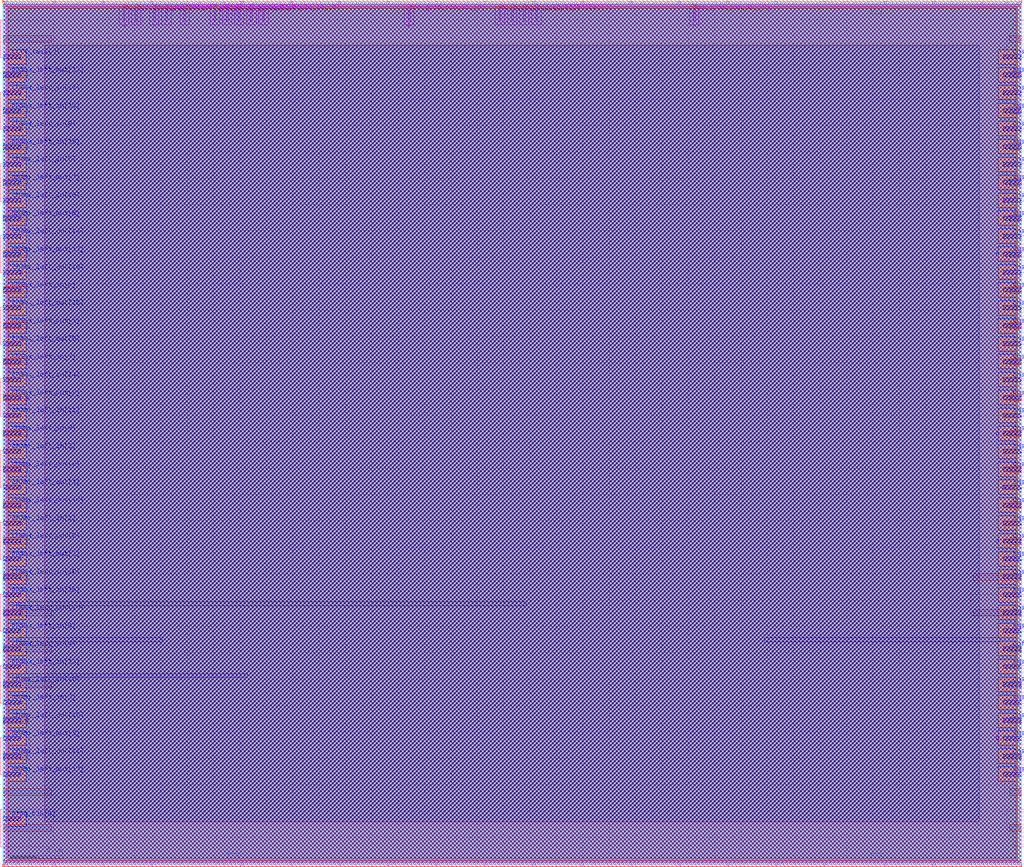
<source format=lef>
VERSION 5.7 ;
BUSBITCHARS "[]" ;

UNITS
  DATABASE MICRONS 1000 ;
END UNITS

MANUFACTURINGGRID 0.005 ;

LAYER nwell
  TYPE MASTERSLICE ;
END nwell

LAYER pwell
  TYPE MASTERSLICE ;
END pwell

LAYER fieldpoly
  TYPE MASTERSLICE ;
END fieldpoly

LAYER li1
  TYPE ROUTING ;
  DIRECTION VERTICAL ;
  PITCH 0.46 ;
  WIDTH 0.17 ;
END li1

LAYER mcon
  TYPE CUT ;
END mcon

LAYER met1
  TYPE ROUTING ;
  DIRECTION HORIZONTAL ;
  PITCH 0.34 ;
  WIDTH 0.14 ;
END met1

LAYER via
  TYPE CUT ;
END via

LAYER met2
  TYPE ROUTING ;
  DIRECTION VERTICAL ;
  PITCH 0.46 ;
  WIDTH 0.14 ;
END met2

LAYER via2
  TYPE CUT ;
END via2

LAYER met3
  TYPE ROUTING ;
  DIRECTION HORIZONTAL ;
  PITCH 0.68 ;
  WIDTH 0.3 ;
END met3

LAYER via3
  TYPE CUT ;
END via3

LAYER met4
  TYPE ROUTING ;
  DIRECTION VERTICAL ;
  PITCH 0.92 ;
  WIDTH 0.3 ;
END met4

LAYER via4
  TYPE CUT ;
END via4

LAYER met5
  TYPE ROUTING ;
  DIRECTION HORIZONTAL ;
  PITCH 3.4 ;
  WIDTH 1.6 ;
END met5

LAYER diff
  TYPE MASTERSLICE ;
END diff

LAYER licon1
  TYPE MASTERSLICE ;
END licon1

LAYER OVERLAP
  TYPE OVERLAP ;
END OVERLAP

VIA L1M1_PR
  LAYER li1 ;
    RECT -0.085 -0.085 0.085 0.085 ;
  LAYER mcon ;
    RECT -0.085 -0.085 0.085 0.085 ;
  LAYER met1 ;
    RECT -0.145 -0.115 0.145 0.115 ;
END L1M1_PR

VIA L1M1_PR_R
  LAYER li1 ;
    RECT -0.085 -0.085 0.085 0.085 ;
  LAYER mcon ;
    RECT -0.085 -0.085 0.085 0.085 ;
  LAYER met1 ;
    RECT -0.115 -0.145 0.115 0.145 ;
END L1M1_PR_R

VIA L1M1_PR_M
  LAYER li1 ;
    RECT -0.085 -0.085 0.085 0.085 ;
  LAYER mcon ;
    RECT -0.085 -0.085 0.085 0.085 ;
  LAYER met1 ;
    RECT -0.115 -0.145 0.115 0.145 ;
END L1M1_PR_M

VIA L1M1_PR_MR
  LAYER li1 ;
    RECT -0.085 -0.085 0.085 0.085 ;
  LAYER mcon ;
    RECT -0.085 -0.085 0.085 0.085 ;
  LAYER met1 ;
    RECT -0.145 -0.115 0.145 0.115 ;
END L1M1_PR_MR

VIA L1M1_PR_C
  LAYER li1 ;
    RECT -0.085 -0.085 0.085 0.085 ;
  LAYER mcon ;
    RECT -0.085 -0.085 0.085 0.085 ;
  LAYER met1 ;
    RECT -0.145 -0.145 0.145 0.145 ;
END L1M1_PR_C

VIA M1M2_PR
  LAYER met1 ;
    RECT -0.16 -0.13 0.16 0.13 ;
  LAYER via ;
    RECT -0.075 -0.075 0.075 0.075 ;
  LAYER met2 ;
    RECT -0.13 -0.16 0.13 0.16 ;
END M1M2_PR

VIA M1M2_PR_Enc
  LAYER met1 ;
    RECT -0.16 -0.13 0.16 0.13 ;
  LAYER via ;
    RECT -0.075 -0.075 0.075 0.075 ;
  LAYER met2 ;
    RECT -0.16 -0.13 0.16 0.13 ;
END M1M2_PR_Enc

VIA M1M2_PR_R
  LAYER met1 ;
    RECT -0.13 -0.16 0.13 0.16 ;
  LAYER via ;
    RECT -0.075 -0.075 0.075 0.075 ;
  LAYER met2 ;
    RECT -0.16 -0.13 0.16 0.13 ;
END M1M2_PR_R

VIA M1M2_PR_R_Enc
  LAYER met1 ;
    RECT -0.13 -0.16 0.13 0.16 ;
  LAYER via ;
    RECT -0.075 -0.075 0.075 0.075 ;
  LAYER met2 ;
    RECT -0.13 -0.16 0.13 0.16 ;
END M1M2_PR_R_Enc

VIA M1M2_PR_M
  LAYER met1 ;
    RECT -0.16 -0.13 0.16 0.13 ;
  LAYER via ;
    RECT -0.075 -0.075 0.075 0.075 ;
  LAYER met2 ;
    RECT -0.16 -0.13 0.16 0.13 ;
END M1M2_PR_M

VIA M1M2_PR_M_Enc
  LAYER met1 ;
    RECT -0.16 -0.13 0.16 0.13 ;
  LAYER via ;
    RECT -0.075 -0.075 0.075 0.075 ;
  LAYER met2 ;
    RECT -0.13 -0.16 0.13 0.16 ;
END M1M2_PR_M_Enc

VIA M1M2_PR_MR
  LAYER met1 ;
    RECT -0.13 -0.16 0.13 0.16 ;
  LAYER via ;
    RECT -0.075 -0.075 0.075 0.075 ;
  LAYER met2 ;
    RECT -0.13 -0.16 0.13 0.16 ;
END M1M2_PR_MR

VIA M1M2_PR_MR_Enc
  LAYER met1 ;
    RECT -0.13 -0.16 0.13 0.16 ;
  LAYER via ;
    RECT -0.075 -0.075 0.075 0.075 ;
  LAYER met2 ;
    RECT -0.16 -0.13 0.16 0.13 ;
END M1M2_PR_MR_Enc

VIA M1M2_PR_C
  LAYER met1 ;
    RECT -0.16 -0.16 0.16 0.16 ;
  LAYER via ;
    RECT -0.075 -0.075 0.075 0.075 ;
  LAYER met2 ;
    RECT -0.16 -0.16 0.16 0.16 ;
END M1M2_PR_C

VIA M2M3_PR
  LAYER met2 ;
    RECT -0.14 -0.185 0.14 0.185 ;
  LAYER via2 ;
    RECT -0.1 -0.1 0.1 0.1 ;
  LAYER met3 ;
    RECT -0.165 -0.165 0.165 0.165 ;
END M2M3_PR

VIA M2M3_PR_R
  LAYER met2 ;
    RECT -0.185 -0.14 0.185 0.14 ;
  LAYER via2 ;
    RECT -0.1 -0.1 0.1 0.1 ;
  LAYER met3 ;
    RECT -0.165 -0.165 0.165 0.165 ;
END M2M3_PR_R

VIA M2M3_PR_M
  LAYER met2 ;
    RECT -0.14 -0.185 0.14 0.185 ;
  LAYER via2 ;
    RECT -0.1 -0.1 0.1 0.1 ;
  LAYER met3 ;
    RECT -0.165 -0.165 0.165 0.165 ;
END M2M3_PR_M

VIA M2M3_PR_MR
  LAYER met2 ;
    RECT -0.185 -0.14 0.185 0.14 ;
  LAYER via2 ;
    RECT -0.1 -0.1 0.1 0.1 ;
  LAYER met3 ;
    RECT -0.165 -0.165 0.165 0.165 ;
END M2M3_PR_MR

VIA M2M3_PR_C
  LAYER met2 ;
    RECT -0.185 -0.185 0.185 0.185 ;
  LAYER via2 ;
    RECT -0.1 -0.1 0.1 0.1 ;
  LAYER met3 ;
    RECT -0.165 -0.165 0.165 0.165 ;
END M2M3_PR_C

VIA M3M4_PR
  LAYER met3 ;
    RECT -0.19 -0.16 0.19 0.16 ;
  LAYER via3 ;
    RECT -0.1 -0.1 0.1 0.1 ;
  LAYER met4 ;
    RECT -0.165 -0.165 0.165 0.165 ;
END M3M4_PR

VIA M3M4_PR_R
  LAYER met3 ;
    RECT -0.16 -0.19 0.16 0.19 ;
  LAYER via3 ;
    RECT -0.1 -0.1 0.1 0.1 ;
  LAYER met4 ;
    RECT -0.165 -0.165 0.165 0.165 ;
END M3M4_PR_R

VIA M3M4_PR_M
  LAYER met3 ;
    RECT -0.19 -0.16 0.19 0.16 ;
  LAYER via3 ;
    RECT -0.1 -0.1 0.1 0.1 ;
  LAYER met4 ;
    RECT -0.165 -0.165 0.165 0.165 ;
END M3M4_PR_M

VIA M3M4_PR_MR
  LAYER met3 ;
    RECT -0.16 -0.19 0.16 0.19 ;
  LAYER via3 ;
    RECT -0.1 -0.1 0.1 0.1 ;
  LAYER met4 ;
    RECT -0.165 -0.165 0.165 0.165 ;
END M3M4_PR_MR

VIA M3M4_PR_C
  LAYER met3 ;
    RECT -0.19 -0.19 0.19 0.19 ;
  LAYER via3 ;
    RECT -0.1 -0.1 0.1 0.1 ;
  LAYER met4 ;
    RECT -0.165 -0.165 0.165 0.165 ;
END M3M4_PR_C

VIA M4M5_PR
  LAYER met4 ;
    RECT -0.59 -0.59 0.59 0.59 ;
  LAYER via4 ;
    RECT -0.4 -0.4 0.4 0.4 ;
  LAYER met5 ;
    RECT -0.71 -0.71 0.71 0.71 ;
END M4M5_PR

VIA M4M5_PR_R
  LAYER met4 ;
    RECT -0.59 -0.59 0.59 0.59 ;
  LAYER via4 ;
    RECT -0.4 -0.4 0.4 0.4 ;
  LAYER met5 ;
    RECT -0.71 -0.71 0.71 0.71 ;
END M4M5_PR_R

VIA M4M5_PR_M
  LAYER met4 ;
    RECT -0.59 -0.59 0.59 0.59 ;
  LAYER via4 ;
    RECT -0.4 -0.4 0.4 0.4 ;
  LAYER met5 ;
    RECT -0.71 -0.71 0.71 0.71 ;
END M4M5_PR_M

VIA M4M5_PR_MR
  LAYER met4 ;
    RECT -0.59 -0.59 0.59 0.59 ;
  LAYER via4 ;
    RECT -0.4 -0.4 0.4 0.4 ;
  LAYER met5 ;
    RECT -0.71 -0.71 0.71 0.71 ;
END M4M5_PR_MR

VIA M4M5_PR_C
  LAYER met4 ;
    RECT -0.59 -0.59 0.59 0.59 ;
  LAYER via4 ;
    RECT -0.4 -0.4 0.4 0.4 ;
  LAYER met5 ;
    RECT -0.71 -0.71 0.71 0.71 ;
END M4M5_PR_C

SITE unit
  CLASS CORE ;
  SYMMETRY Y ;
  SIZE 0.46 BY 2.72 ;
END unit

SITE unithddbl
  CLASS CORE ;
  SIZE 0.46 BY 5.44 ;
END unithddbl

MACRO cbx_1__1_
  CLASS BLOCK ;
  ORIGIN 0 0 ;
  SIZE 77.28 BY 65.28 ;
  SYMMETRY X Y ;
  PIN prog_clk[0]
    DIRECTION INPUT ;
    USE CLOCK ;
    PORT
      LAYER met3 ;
        RECT 0 3.25 1.38 3.55 ;
    END
  END prog_clk[0]
  PIN chanx_left_in[0]
    DIRECTION INPUT ;
    USE SIGNAL ;
    PORT
      LAYER met3 ;
        RECT 0 17.53 1.38 17.83 ;
    END
  END chanx_left_in[0]
  PIN chanx_left_in[1]
    DIRECTION INPUT ;
    USE SIGNAL ;
    PORT
      LAYER met3 ;
        RECT 0 25.69 1.38 25.99 ;
    END
  END chanx_left_in[1]
  PIN chanx_left_in[2]
    DIRECTION INPUT ;
    USE SIGNAL ;
    PORT
      LAYER met3 ;
        RECT 0 12.09 1.38 12.39 ;
    END
  END chanx_left_in[2]
  PIN chanx_left_in[3]
    DIRECTION INPUT ;
    USE SIGNAL ;
    PORT
      LAYER met3 ;
        RECT 0 31.13 1.38 31.43 ;
    END
  END chanx_left_in[3]
  PIN chanx_left_in[4]
    DIRECTION INPUT ;
    USE SIGNAL ;
    PORT
      LAYER met3 ;
        RECT 0 16.17 1.38 16.47 ;
    END
  END chanx_left_in[4]
  PIN chanx_left_in[5]
    DIRECTION INPUT ;
    USE SIGNAL ;
    PORT
      LAYER met3 ;
        RECT 0 52.89 1.38 53.19 ;
    END
  END chanx_left_in[5]
  PIN chanx_left_in[6]
    DIRECTION INPUT ;
    USE SIGNAL ;
    PORT
      LAYER met3 ;
        RECT 0 43.37 1.38 43.67 ;
    END
  END chanx_left_in[6]
  PIN chanx_left_in[7]
    DIRECTION INPUT ;
    USE SIGNAL ;
    PORT
      LAYER met3 ;
        RECT 0 37.93 1.38 38.23 ;
    END
  END chanx_left_in[7]
  PIN chanx_left_in[8]
    DIRECTION INPUT ;
    USE SIGNAL ;
    PORT
      LAYER met3 ;
        RECT 0 32.49 1.38 32.79 ;
    END
  END chanx_left_in[8]
  PIN chanx_left_in[9]
    DIRECTION INPUT ;
    USE SIGNAL ;
    PORT
      LAYER met3 ;
        RECT 0 55.61 1.38 55.91 ;
    END
  END chanx_left_in[9]
  PIN chanx_left_in[10]
    DIRECTION INPUT ;
    USE SIGNAL ;
    PORT
      LAYER met3 ;
        RECT 0 13.45 1.38 13.75 ;
    END
  END chanx_left_in[10]
  PIN chanx_left_in[11]
    DIRECTION INPUT ;
    USE SIGNAL ;
    PORT
      LAYER met3 ;
        RECT 0 33.85 1.38 34.15 ;
    END
  END chanx_left_in[11]
  PIN chanx_left_in[12]
    DIRECTION INPUT ;
    USE SIGNAL ;
    PORT
      LAYER met3 ;
        RECT 0 21.61 1.38 21.91 ;
    END
  END chanx_left_in[12]
  PIN chanx_left_in[13]
    DIRECTION INPUT ;
    USE SIGNAL ;
    PORT
      LAYER met3 ;
        RECT 0 14.81 1.38 15.11 ;
    END
  END chanx_left_in[13]
  PIN chanx_left_in[14]
    DIRECTION INPUT ;
    USE SIGNAL ;
    PORT
      LAYER met3 ;
        RECT 0 36.57 1.38 36.87 ;
    END
  END chanx_left_in[14]
  PIN chanx_left_in[15]
    DIRECTION INPUT ;
    USE SIGNAL ;
    PORT
      LAYER met3 ;
        RECT 0 54.25 1.38 54.55 ;
    END
  END chanx_left_in[15]
  PIN chanx_left_in[16]
    DIRECTION INPUT ;
    USE SIGNAL ;
    PORT
      LAYER met3 ;
        RECT 0 20.25 1.38 20.55 ;
    END
  END chanx_left_in[16]
  PIN chanx_left_in[17]
    DIRECTION INPUT ;
    USE SIGNAL ;
    PORT
      LAYER met3 ;
        RECT 0 58.33 1.38 58.63 ;
    END
  END chanx_left_in[17]
  PIN chanx_left_in[18]
    DIRECTION INPUT ;
    USE SIGNAL ;
    PORT
      LAYER met3 ;
        RECT 0 50.17 1.38 50.47 ;
    END
  END chanx_left_in[18]
  PIN chanx_left_in[19]
    DIRECTION INPUT ;
    USE SIGNAL ;
    PORT
      LAYER met3 ;
        RECT 0 56.97 1.38 57.27 ;
    END
  END chanx_left_in[19]
  PIN chanx_right_in[0]
    DIRECTION INPUT ;
    USE SIGNAL ;
    PORT
      LAYER met3 ;
        RECT 75.9 18.89 77.28 19.19 ;
    END
  END chanx_right_in[0]
  PIN chanx_right_in[1]
    DIRECTION INPUT ;
    USE SIGNAL ;
    PORT
      LAYER met3 ;
        RECT 75.9 20.25 77.28 20.55 ;
    END
  END chanx_right_in[1]
  PIN chanx_right_in[2]
    DIRECTION INPUT ;
    USE SIGNAL ;
    PORT
      LAYER met3 ;
        RECT 75.9 61.05 77.28 61.35 ;
    END
  END chanx_right_in[2]
  PIN chanx_right_in[3]
    DIRECTION INPUT ;
    USE SIGNAL ;
    PORT
      LAYER met3 ;
        RECT 75.9 31.13 77.28 31.43 ;
    END
  END chanx_right_in[3]
  PIN chanx_right_in[4]
    DIRECTION INPUT ;
    USE SIGNAL ;
    PORT
      LAYER met3 ;
        RECT 75.9 13.45 77.28 13.75 ;
    END
  END chanx_right_in[4]
  PIN chanx_right_in[5]
    DIRECTION INPUT ;
    USE SIGNAL ;
    PORT
      LAYER met3 ;
        RECT 75.9 56.97 77.28 57.27 ;
    END
  END chanx_right_in[5]
  PIN chanx_right_in[6]
    DIRECTION INPUT ;
    USE SIGNAL ;
    PORT
      LAYER met3 ;
        RECT 75.9 36.57 77.28 36.87 ;
    END
  END chanx_right_in[6]
  PIN chanx_right_in[7]
    DIRECTION INPUT ;
    USE SIGNAL ;
    PORT
      LAYER met3 ;
        RECT 75.9 10.73 77.28 11.03 ;
    END
  END chanx_right_in[7]
  PIN chanx_right_in[8]
    DIRECTION INPUT ;
    USE SIGNAL ;
    PORT
      LAYER met3 ;
        RECT 75.9 37.93 77.28 38.23 ;
    END
  END chanx_right_in[8]
  PIN chanx_right_in[9]
    DIRECTION INPUT ;
    USE SIGNAL ;
    PORT
      LAYER met3 ;
        RECT 75.9 54.25 77.28 54.55 ;
    END
  END chanx_right_in[9]
  PIN chanx_right_in[10]
    DIRECTION INPUT ;
    USE SIGNAL ;
    PORT
      LAYER met3 ;
        RECT 75.9 46.09 77.28 46.39 ;
    END
  END chanx_right_in[10]
  PIN chanx_right_in[11]
    DIRECTION INPUT ;
    USE SIGNAL ;
    PORT
      LAYER met3 ;
        RECT 75.9 47.45 77.28 47.75 ;
    END
  END chanx_right_in[11]
  PIN chanx_right_in[12]
    DIRECTION INPUT ;
    USE SIGNAL ;
    PORT
      LAYER met3 ;
        RECT 75.9 35.21 77.28 35.51 ;
    END
  END chanx_right_in[12]
  PIN chanx_right_in[13]
    DIRECTION INPUT ;
    USE SIGNAL ;
    PORT
      LAYER met3 ;
        RECT 75.9 48.81 77.28 49.11 ;
    END
  END chanx_right_in[13]
  PIN chanx_right_in[14]
    DIRECTION INPUT ;
    USE SIGNAL ;
    PORT
      LAYER met3 ;
        RECT 75.9 14.81 77.28 15.11 ;
    END
  END chanx_right_in[14]
  PIN chanx_right_in[15]
    DIRECTION INPUT ;
    USE SIGNAL ;
    PORT
      LAYER met3 ;
        RECT 75.9 58.33 77.28 58.63 ;
    END
  END chanx_right_in[15]
  PIN chanx_right_in[16]
    DIRECTION INPUT ;
    USE SIGNAL ;
    PORT
      LAYER met3 ;
        RECT 75.9 17.53 77.28 17.83 ;
    END
  END chanx_right_in[16]
  PIN chanx_right_in[17]
    DIRECTION INPUT ;
    USE SIGNAL ;
    PORT
      LAYER met3 ;
        RECT 75.9 55.61 77.28 55.91 ;
    END
  END chanx_right_in[17]
  PIN chanx_right_in[18]
    DIRECTION INPUT ;
    USE SIGNAL ;
    PORT
      LAYER met3 ;
        RECT 75.9 42.01 77.28 42.31 ;
    END
  END chanx_right_in[18]
  PIN chanx_right_in[19]
    DIRECTION INPUT ;
    USE SIGNAL ;
    PORT
      LAYER met3 ;
        RECT 75.9 52.89 77.28 53.19 ;
    END
  END chanx_right_in[19]
  PIN ccff_head[0]
    DIRECTION INPUT ;
    USE SIGNAL ;
    PORT
      LAYER met3 ;
        RECT 75.9 16.17 77.28 16.47 ;
    END
  END ccff_head[0]
  PIN chanx_left_out[0]
    DIRECTION OUTPUT ;
    USE SIGNAL ;
    PORT
      LAYER met3 ;
        RECT 0 29.77 1.38 30.07 ;
    END
  END chanx_left_out[0]
  PIN chanx_left_out[1]
    DIRECTION OUTPUT ;
    USE SIGNAL ;
    PORT
      LAYER met3 ;
        RECT 0 40.65 1.38 40.95 ;
    END
  END chanx_left_out[1]
  PIN chanx_left_out[2]
    DIRECTION OUTPUT ;
    USE SIGNAL ;
    PORT
      LAYER met3 ;
        RECT 0 22.97 1.38 23.27 ;
    END
  END chanx_left_out[2]
  PIN chanx_left_out[3]
    DIRECTION OUTPUT ;
    USE SIGNAL ;
    PORT
      LAYER met3 ;
        RECT 0 9.37 1.38 9.67 ;
    END
  END chanx_left_out[3]
  PIN chanx_left_out[4]
    DIRECTION OUTPUT ;
    USE SIGNAL ;
    PORT
      LAYER met3 ;
        RECT 0 28.41 1.38 28.71 ;
    END
  END chanx_left_out[4]
  PIN chanx_left_out[5]
    DIRECTION OUTPUT ;
    USE SIGNAL ;
    PORT
      LAYER met3 ;
        RECT 0 39.29 1.38 39.59 ;
    END
  END chanx_left_out[5]
  PIN chanx_left_out[6]
    DIRECTION OUTPUT ;
    USE SIGNAL ;
    PORT
      LAYER met3 ;
        RECT 0 48.81 1.38 49.11 ;
    END
  END chanx_left_out[6]
  PIN chanx_left_out[7]
    DIRECTION OUTPUT ;
    USE SIGNAL ;
    PORT
      LAYER met3 ;
        RECT 0 51.53 1.38 51.83 ;
    END
  END chanx_left_out[7]
  PIN chanx_left_out[8]
    DIRECTION OUTPUT ;
    USE SIGNAL ;
    PORT
      LAYER met3 ;
        RECT 0 24.33 1.38 24.63 ;
    END
  END chanx_left_out[8]
  PIN chanx_left_out[9]
    DIRECTION OUTPUT ;
    USE SIGNAL ;
    PORT
      LAYER met3 ;
        RECT 0 35.21 1.38 35.51 ;
    END
  END chanx_left_out[9]
  PIN chanx_left_out[10]
    DIRECTION OUTPUT ;
    USE SIGNAL ;
    PORT
      LAYER met3 ;
        RECT 0 18.89 1.38 19.19 ;
    END
  END chanx_left_out[10]
  PIN chanx_left_out[11]
    DIRECTION OUTPUT ;
    USE SIGNAL ;
    PORT
      LAYER met3 ;
        RECT 0 8.01 1.38 8.31 ;
    END
  END chanx_left_out[11]
  PIN chanx_left_out[12]
    DIRECTION OUTPUT ;
    USE SIGNAL ;
    PORT
      LAYER met3 ;
        RECT 0 46.09 1.38 46.39 ;
    END
  END chanx_left_out[12]
  PIN chanx_left_out[13]
    DIRECTION OUTPUT ;
    USE SIGNAL ;
    PORT
      LAYER met3 ;
        RECT 0 59.69 1.38 59.99 ;
    END
  END chanx_left_out[13]
  PIN chanx_left_out[14]
    DIRECTION OUTPUT ;
    USE SIGNAL ;
    PORT
      LAYER met3 ;
        RECT 0 47.45 1.38 47.75 ;
    END
  END chanx_left_out[14]
  PIN chanx_left_out[15]
    DIRECTION OUTPUT ;
    USE SIGNAL ;
    PORT
      LAYER met3 ;
        RECT 0 10.73 1.38 11.03 ;
    END
  END chanx_left_out[15]
  PIN chanx_left_out[16]
    DIRECTION OUTPUT ;
    USE SIGNAL ;
    PORT
      LAYER met3 ;
        RECT 0 27.05 1.38 27.35 ;
    END
  END chanx_left_out[16]
  PIN chanx_left_out[17]
    DIRECTION OUTPUT ;
    USE SIGNAL ;
    PORT
      LAYER met3 ;
        RECT 0 6.65 1.38 6.95 ;
    END
  END chanx_left_out[17]
  PIN chanx_left_out[18]
    DIRECTION OUTPUT ;
    USE SIGNAL ;
    PORT
      LAYER met3 ;
        RECT 0 42.01 1.38 42.31 ;
    END
  END chanx_left_out[18]
  PIN chanx_left_out[19]
    DIRECTION OUTPUT ;
    USE SIGNAL ;
    PORT
      LAYER met3 ;
        RECT 0 44.73 1.38 45.03 ;
    END
  END chanx_left_out[19]
  PIN chanx_right_out[0]
    DIRECTION OUTPUT ;
    USE SIGNAL ;
    PORT
      LAYER met3 ;
        RECT 75.9 22.97 77.28 23.27 ;
    END
  END chanx_right_out[0]
  PIN chanx_right_out[1]
    DIRECTION OUTPUT ;
    USE SIGNAL ;
    PORT
      LAYER met3 ;
        RECT 75.9 25.69 77.28 25.99 ;
    END
  END chanx_right_out[1]
  PIN chanx_right_out[2]
    DIRECTION OUTPUT ;
    USE SIGNAL ;
    PORT
      LAYER met3 ;
        RECT 75.9 27.05 77.28 27.35 ;
    END
  END chanx_right_out[2]
  PIN chanx_right_out[3]
    DIRECTION OUTPUT ;
    USE SIGNAL ;
    PORT
      LAYER met3 ;
        RECT 75.9 40.65 77.28 40.95 ;
    END
  END chanx_right_out[3]
  PIN chanx_right_out[4]
    DIRECTION OUTPUT ;
    USE SIGNAL ;
    PORT
      LAYER met3 ;
        RECT 75.9 43.37 77.28 43.67 ;
    END
  END chanx_right_out[4]
  PIN chanx_right_out[5]
    DIRECTION OUTPUT ;
    USE SIGNAL ;
    PORT
      LAYER met3 ;
        RECT 75.9 59.69 77.28 59.99 ;
    END
  END chanx_right_out[5]
  PIN chanx_right_out[6]
    DIRECTION OUTPUT ;
    USE SIGNAL ;
    PORT
      LAYER met3 ;
        RECT 75.9 39.29 77.28 39.59 ;
    END
  END chanx_right_out[6]
  PIN chanx_right_out[7]
    DIRECTION OUTPUT ;
    USE SIGNAL ;
    PORT
      LAYER met3 ;
        RECT 75.9 51.53 77.28 51.83 ;
    END
  END chanx_right_out[7]
  PIN chanx_right_out[8]
    DIRECTION OUTPUT ;
    USE SIGNAL ;
    PORT
      LAYER met3 ;
        RECT 75.9 44.73 77.28 45.03 ;
    END
  END chanx_right_out[8]
  PIN chanx_right_out[9]
    DIRECTION OUTPUT ;
    USE SIGNAL ;
    PORT
      LAYER met3 ;
        RECT 75.9 50.17 77.28 50.47 ;
    END
  END chanx_right_out[9]
  PIN chanx_right_out[10]
    DIRECTION OUTPUT ;
    USE SIGNAL ;
    PORT
      LAYER met3 ;
        RECT 75.9 24.33 77.28 24.63 ;
    END
  END chanx_right_out[10]
  PIN chanx_right_out[11]
    DIRECTION OUTPUT ;
    USE SIGNAL ;
    PORT
      LAYER met3 ;
        RECT 75.9 33.85 77.28 34.15 ;
    END
  END chanx_right_out[11]
  PIN chanx_right_out[12]
    DIRECTION OUTPUT ;
    USE SIGNAL ;
    PORT
      LAYER met3 ;
        RECT 75.9 21.61 77.28 21.91 ;
    END
  END chanx_right_out[12]
  PIN chanx_right_out[13]
    DIRECTION OUTPUT ;
    USE SIGNAL ;
    PORT
      LAYER met3 ;
        RECT 75.9 8.01 77.28 8.31 ;
    END
  END chanx_right_out[13]
  PIN chanx_right_out[14]
    DIRECTION OUTPUT ;
    USE SIGNAL ;
    PORT
      LAYER met3 ;
        RECT 75.9 12.09 77.28 12.39 ;
    END
  END chanx_right_out[14]
  PIN chanx_right_out[15]
    DIRECTION OUTPUT ;
    USE SIGNAL ;
    PORT
      LAYER met3 ;
        RECT 75.9 9.37 77.28 9.67 ;
    END
  END chanx_right_out[15]
  PIN chanx_right_out[16]
    DIRECTION OUTPUT ;
    USE SIGNAL ;
    PORT
      LAYER met3 ;
        RECT 75.9 28.41 77.28 28.71 ;
    END
  END chanx_right_out[16]
  PIN chanx_right_out[17]
    DIRECTION OUTPUT ;
    USE SIGNAL ;
    PORT
      LAYER met3 ;
        RECT 75.9 32.49 77.28 32.79 ;
    END
  END chanx_right_out[17]
  PIN chanx_right_out[18]
    DIRECTION OUTPUT ;
    USE SIGNAL ;
    PORT
      LAYER met3 ;
        RECT 75.9 6.65 77.28 6.95 ;
    END
  END chanx_right_out[18]
  PIN chanx_right_out[19]
    DIRECTION OUTPUT ;
    USE SIGNAL ;
    PORT
      LAYER met3 ;
        RECT 75.9 29.77 77.28 30.07 ;
    END
  END chanx_right_out[19]
  PIN top_grid_pin_16_[0]
    DIRECTION OUTPUT ;
    USE SIGNAL ;
    PORT
      LAYER met2 ;
        RECT 19.71 63.92 19.85 65.28 ;
    END
  END top_grid_pin_16_[0]
  PIN top_grid_pin_17_[0]
    DIRECTION OUTPUT ;
    USE SIGNAL ;
    PORT
      LAYER met2 ;
        RECT 16.03 63.92 16.17 65.28 ;
    END
  END top_grid_pin_17_[0]
  PIN top_grid_pin_18_[0]
    DIRECTION OUTPUT ;
    USE SIGNAL ;
    PORT
      LAYER met2 ;
        RECT 52.37 63.92 52.51 65.28 ;
    END
  END top_grid_pin_18_[0]
  PIN top_grid_pin_19_[0]
    DIRECTION OUTPUT ;
    USE SIGNAL ;
    PORT
      LAYER met2 ;
        RECT 12.35 63.92 12.49 65.28 ;
    END
  END top_grid_pin_19_[0]
  PIN top_grid_pin_20_[0]
    DIRECTION OUTPUT ;
    USE SIGNAL ;
    PORT
      LAYER met2 ;
        RECT 18.79 63.92 18.93 65.28 ;
    END
  END top_grid_pin_20_[0]
  PIN top_grid_pin_21_[0]
    DIRECTION OUTPUT ;
    USE SIGNAL ;
    PORT
      LAYER met2 ;
        RECT 30.75 63.92 30.89 65.28 ;
    END
  END top_grid_pin_21_[0]
  PIN top_grid_pin_22_[0]
    DIRECTION OUTPUT ;
    USE SIGNAL ;
    PORT
      LAYER met2 ;
        RECT 16.95 63.92 17.09 65.28 ;
    END
  END top_grid_pin_22_[0]
  PIN top_grid_pin_23_[0]
    DIRECTION OUTPUT ;
    USE SIGNAL ;
    PORT
      LAYER met2 ;
        RECT 9.13 63.92 9.27 65.28 ;
    END
  END top_grid_pin_23_[0]
  PIN top_grid_pin_24_[0]
    DIRECTION OUTPUT ;
    USE SIGNAL ;
    PORT
      LAYER met2 ;
        RECT 11.43 63.92 11.57 65.28 ;
    END
  END top_grid_pin_24_[0]
  PIN top_grid_pin_25_[0]
    DIRECTION OUTPUT ;
    USE SIGNAL ;
    PORT
      LAYER met2 ;
        RECT 10.05 63.92 10.19 65.28 ;
    END
  END top_grid_pin_25_[0]
  PIN top_grid_pin_26_[0]
    DIRECTION OUTPUT ;
    USE SIGNAL ;
    PORT
      LAYER met2 ;
        RECT 13.73 63.92 13.87 65.28 ;
    END
  END top_grid_pin_26_[0]
  PIN top_grid_pin_27_[0]
    DIRECTION OUTPUT ;
    USE SIGNAL ;
    PORT
      LAYER met2 ;
        RECT 17.87 63.92 18.01 65.28 ;
    END
  END top_grid_pin_27_[0]
  PIN top_grid_pin_28_[0]
    DIRECTION OUTPUT ;
    USE SIGNAL ;
    PORT
      LAYER met2 ;
        RECT 37.65 63.92 37.79 65.28 ;
    END
  END top_grid_pin_28_[0]
  PIN top_grid_pin_29_[0]
    DIRECTION OUTPUT ;
    USE SIGNAL ;
    PORT
      LAYER met2 ;
        RECT 40.41 63.92 40.55 65.28 ;
    END
  END top_grid_pin_29_[0]
  PIN top_grid_pin_30_[0]
    DIRECTION OUTPUT ;
    USE SIGNAL ;
    PORT
      LAYER met2 ;
        RECT 39.49 63.92 39.63 65.28 ;
    END
  END top_grid_pin_30_[0]
  PIN top_grid_pin_31_[0]
    DIRECTION OUTPUT ;
    USE SIGNAL ;
    PORT
      LAYER met2 ;
        RECT 38.57 63.92 38.71 65.28 ;
    END
  END top_grid_pin_31_[0]
  PIN ccff_tail[0]
    DIRECTION OUTPUT ;
    USE SIGNAL ;
    PORT
      LAYER met3 ;
        RECT 0 61.05 1.38 61.35 ;
    END
  END ccff_tail[0]
  PIN VDD
    DIRECTION INPUT ;
    USE POWER ;
  END VDD
  PIN VSS
    DIRECTION INPUT ;
    USE GROUND ;
  END VSS
  OBS
    LAYER li1 ;
      RECT 0 65.195 77.28 65.365 ;
      RECT 76.36 62.475 77.28 62.645 ;
      RECT 0 62.475 3.68 62.645 ;
      RECT 76.36 59.755 77.28 59.925 ;
      RECT 0 59.755 1.84 59.925 ;
      RECT 76.36 57.035 77.28 57.205 ;
      RECT 0 57.035 1.84 57.205 ;
      RECT 76.36 54.315 77.28 54.485 ;
      RECT 0 54.315 1.84 54.485 ;
      RECT 76.36 51.595 77.28 51.765 ;
      RECT 0 51.595 1.84 51.765 ;
      RECT 76.36 48.875 77.28 49.045 ;
      RECT 0 48.875 1.84 49.045 ;
      RECT 76.36 46.155 77.28 46.325 ;
      RECT 0 46.155 1.84 46.325 ;
      RECT 76.36 43.435 77.28 43.605 ;
      RECT 0 43.435 1.84 43.605 ;
      RECT 76.36 40.715 77.28 40.885 ;
      RECT 0 40.715 1.84 40.885 ;
      RECT 76.36 37.995 77.28 38.165 ;
      RECT 0 37.995 1.84 38.165 ;
      RECT 76.36 35.275 77.28 35.445 ;
      RECT 0 35.275 1.84 35.445 ;
      RECT 76.36 32.555 77.28 32.725 ;
      RECT 0 32.555 1.84 32.725 ;
      RECT 76.36 29.835 77.28 30.005 ;
      RECT 0 29.835 1.84 30.005 ;
      RECT 76.36 27.115 77.28 27.285 ;
      RECT 0 27.115 1.84 27.285 ;
      RECT 76.36 24.395 77.28 24.565 ;
      RECT 0 24.395 1.84 24.565 ;
      RECT 73.6 21.675 77.28 21.845 ;
      RECT 0 21.675 1.84 21.845 ;
      RECT 73.6 18.955 77.28 19.125 ;
      RECT 0 18.955 3.68 19.125 ;
      RECT 76.36 16.235 77.28 16.405 ;
      RECT 0 16.235 3.68 16.405 ;
      RECT 76.36 13.515 77.28 13.685 ;
      RECT 0 13.515 3.68 13.685 ;
      RECT 76.36 10.795 77.28 10.965 ;
      RECT 0 10.795 1.84 10.965 ;
      RECT 76.36 8.075 77.28 8.245 ;
      RECT 0 8.075 1.84 8.245 ;
      RECT 76.36 5.355 77.28 5.525 ;
      RECT 0 5.355 3.68 5.525 ;
      RECT 76.36 2.635 77.28 2.805 ;
      RECT 0 2.635 3.68 2.805 ;
      RECT 0 -0.085 77.28 0.085 ;
    LAYER met3 ;
      POLYGON 39.71 19.87 39.71 19.57 1.23 19.57 1.23 19.85 1.78 19.85 1.78 19.87 ;
      POLYGON 1.545 17.165 1.545 17.15 12.105 17.15 12.105 16.85 1.545 16.85 1.545 16.835 1.215 16.835 1.215 17.165 ;
      POLYGON 75.63 17.16 75.63 16.84 75.25 16.84 75.25 16.85 57.81 16.85 57.81 17.15 75.25 17.15 75.25 17.16 ;
      POLYGON 18.55 14.43 18.55 14.13 1.23 14.13 1.23 14.41 1.78 14.41 1.78 14.43 ;
      POLYGON 76.88 64.88 76.88 61.75 75.5 61.75 75.5 60.65 76.88 60.65 76.88 60.39 75.5 60.39 75.5 59.29 76.88 59.29 76.88 59.03 75.5 59.03 75.5 57.93 76.88 57.93 76.88 57.67 75.5 57.67 75.5 56.57 76.88 56.57 76.88 56.31 75.5 56.31 75.5 55.21 76.88 55.21 76.88 54.95 75.5 54.95 75.5 53.85 76.88 53.85 76.88 53.59 75.5 53.59 75.5 52.49 76.88 52.49 76.88 52.23 75.5 52.23 75.5 51.13 76.88 51.13 76.88 50.87 75.5 50.87 75.5 49.77 76.88 49.77 76.88 49.51 75.5 49.51 75.5 48.41 76.88 48.41 76.88 48.15 75.5 48.15 75.5 47.05 76.88 47.05 76.88 46.79 75.5 46.79 75.5 45.69 76.88 45.69 76.88 45.43 75.5 45.43 75.5 44.33 76.88 44.33 76.88 44.07 75.5 44.07 75.5 42.97 76.88 42.97 76.88 42.71 75.5 42.71 75.5 41.61 76.88 41.61 76.88 41.35 75.5 41.35 75.5 40.25 76.88 40.25 76.88 39.99 75.5 39.99 75.5 38.89 76.88 38.89 76.88 38.63 75.5 38.63 75.5 37.53 76.88 37.53 76.88 37.27 75.5 37.27 75.5 36.17 76.88 36.17 76.88 35.91 75.5 35.91 75.5 34.81 76.88 34.81 76.88 34.55 75.5 34.55 75.5 33.45 76.88 33.45 76.88 33.19 75.5 33.19 75.5 32.09 76.88 32.09 76.88 31.83 75.5 31.83 75.5 30.73 76.88 30.73 76.88 30.47 75.5 30.47 75.5 29.37 76.88 29.37 76.88 29.11 75.5 29.11 75.5 28.01 76.88 28.01 76.88 27.75 75.5 27.75 75.5 26.65 76.88 26.65 76.88 26.39 75.5 26.39 75.5 25.29 76.88 25.29 76.88 25.03 75.5 25.03 75.5 23.93 76.88 23.93 76.88 23.67 75.5 23.67 75.5 22.57 76.88 22.57 76.88 22.31 75.5 22.31 75.5 21.21 76.88 21.21 76.88 20.95 75.5 20.95 75.5 19.85 76.88 19.85 76.88 19.59 75.5 19.59 75.5 18.49 76.88 18.49 76.88 18.23 75.5 18.23 75.5 17.13 76.88 17.13 76.88 16.87 75.5 16.87 75.5 15.77 76.88 15.77 76.88 15.51 75.5 15.51 75.5 14.41 76.88 14.41 76.88 14.15 75.5 14.15 75.5 13.05 76.88 13.05 76.88 12.79 75.5 12.79 75.5 11.69 76.88 11.69 76.88 11.43 75.5 11.43 75.5 10.33 76.88 10.33 76.88 10.07 75.5 10.07 75.5 8.97 76.88 8.97 76.88 8.71 75.5 8.71 75.5 7.61 76.88 7.61 76.88 7.35 75.5 7.35 75.5 6.25 76.88 6.25 76.88 0.4 0.4 0.4 0.4 2.85 1.78 2.85 1.78 3.95 0.4 3.95 0.4 6.25 1.78 6.25 1.78 7.35 0.4 7.35 0.4 7.61 1.78 7.61 1.78 8.71 0.4 8.71 0.4 8.97 1.78 8.97 1.78 10.07 0.4 10.07 0.4 10.33 1.78 10.33 1.78 11.43 0.4 11.43 0.4 11.69 1.78 11.69 1.78 12.79 0.4 12.79 0.4 13.05 1.78 13.05 1.78 14.15 0.4 14.15 0.4 14.41 1.78 14.41 1.78 15.51 0.4 15.51 0.4 15.77 1.78 15.77 1.78 16.87 0.4 16.87 0.4 17.13 1.78 17.13 1.78 18.23 0.4 18.23 0.4 18.49 1.78 18.49 1.78 19.59 0.4 19.59 0.4 19.85 1.78 19.85 1.78 20.95 0.4 20.95 0.4 21.21 1.78 21.21 1.78 22.31 0.4 22.31 0.4 22.57 1.78 22.57 1.78 23.67 0.4 23.67 0.4 23.93 1.78 23.93 1.78 25.03 0.4 25.03 0.4 25.29 1.78 25.29 1.78 26.39 0.4 26.39 0.4 26.65 1.78 26.65 1.78 27.75 0.4 27.75 0.4 28.01 1.78 28.01 1.78 29.11 0.4 29.11 0.4 29.37 1.78 29.37 1.78 30.47 0.4 30.47 0.4 30.73 1.78 30.73 1.78 31.83 0.4 31.83 0.4 32.09 1.78 32.09 1.78 33.19 0.4 33.19 0.4 33.45 1.78 33.45 1.78 34.55 0.4 34.55 0.4 34.81 1.78 34.81 1.78 35.91 0.4 35.91 0.4 36.17 1.78 36.17 1.78 37.27 0.4 37.27 0.4 37.53 1.78 37.53 1.78 38.63 0.4 38.63 0.4 38.89 1.78 38.89 1.78 39.99 0.4 39.99 0.4 40.25 1.78 40.25 1.78 41.35 0.4 41.35 0.4 41.61 1.78 41.61 1.78 42.71 0.4 42.71 0.4 42.97 1.78 42.97 1.78 44.07 0.4 44.07 0.4 44.33 1.78 44.33 1.78 45.43 0.4 45.43 0.4 45.69 1.78 45.69 1.78 46.79 0.4 46.79 0.4 47.05 1.78 47.05 1.78 48.15 0.4 48.15 0.4 48.41 1.78 48.41 1.78 49.51 0.4 49.51 0.4 49.77 1.78 49.77 1.78 50.87 0.4 50.87 0.4 51.13 1.78 51.13 1.78 52.23 0.4 52.23 0.4 52.49 1.78 52.49 1.78 53.59 0.4 53.59 0.4 53.85 1.78 53.85 1.78 54.95 0.4 54.95 0.4 55.21 1.78 55.21 1.78 56.31 0.4 56.31 0.4 56.57 1.78 56.57 1.78 57.67 0.4 57.67 0.4 57.93 1.78 57.93 1.78 59.03 0.4 59.03 0.4 59.29 1.78 59.29 1.78 60.39 0.4 60.39 0.4 60.65 1.78 60.65 1.78 61.75 0.4 61.75 0.4 64.88 ;
    LAYER met2 ;
      POLYGON 77 65 77 0.28 0.28 0.28 0.28 65 8.85 65 8.85 63.64 9.55 63.64 9.55 65 9.77 65 9.77 63.64 10.47 63.64 10.47 65 11.15 65 11.15 63.64 11.85 63.64 11.85 65 12.07 65 12.07 63.64 12.77 63.64 12.77 65 13.45 65 13.45 63.64 14.15 63.64 14.15 65 15.75 65 15.75 63.64 16.45 63.64 16.45 65 16.67 65 16.67 63.64 17.37 63.64 17.37 65 17.59 65 17.59 63.64 18.29 63.64 18.29 65 18.51 65 18.51 63.64 19.21 63.64 19.21 65 19.43 65 19.43 63.64 20.13 63.64 20.13 65 30.47 65 30.47 63.64 31.17 63.64 31.17 65 37.37 65 37.37 63.64 38.07 63.64 38.07 65 38.29 65 38.29 63.64 38.99 63.64 38.99 65 39.21 65 39.21 63.64 39.91 63.64 39.91 65 40.13 65 40.13 63.64 40.83 63.64 40.83 65 52.09 65 52.09 63.64 52.79 63.64 52.79 65 ;
    LAYER li1 ;
      RECT 65.865 64.47 66.615 65.015 ;
      RECT 17.105 64.47 17.855 65.015 ;
      RECT 65.865 0.265 66.615 0.81 ;
      RECT 17.105 0.265 17.855 0.81 ;
      RECT 0.34 0.34 76.94 64.94 ;
    LAYER met1 ;
      RECT 0 65.04 77.28 65.52 ;
      RECT 76.36 62.32 77.28 62.8 ;
      RECT 0 62.32 3.68 62.8 ;
      RECT 76.36 59.6 77.28 60.08 ;
      RECT 0 59.6 1.84 60.08 ;
      RECT 76.36 56.88 77.28 57.36 ;
      RECT 0 56.88 1.84 57.36 ;
      RECT 76.36 54.16 77.28 54.64 ;
      RECT 0 54.16 1.84 54.64 ;
      RECT 76.36 51.44 77.28 51.92 ;
      RECT 0 51.44 1.84 51.92 ;
      RECT 76.36 48.72 77.28 49.2 ;
      RECT 0 48.72 1.84 49.2 ;
      RECT 76.36 46 77.28 46.48 ;
      RECT 0 46 1.84 46.48 ;
      RECT 76.36 43.28 77.28 43.76 ;
      RECT 0 43.28 1.84 43.76 ;
      RECT 76.36 40.56 77.28 41.04 ;
      RECT 0 40.56 1.84 41.04 ;
      RECT 76.36 37.84 77.28 38.32 ;
      RECT 0 37.84 1.84 38.32 ;
      RECT 76.36 35.12 77.28 35.6 ;
      RECT 0 35.12 1.84 35.6 ;
      RECT 76.36 32.4 77.28 32.88 ;
      RECT 0 32.4 1.84 32.88 ;
      RECT 76.36 29.68 77.28 30.16 ;
      RECT 0 29.68 1.84 30.16 ;
      RECT 76.36 26.96 77.28 27.44 ;
      RECT 0 26.96 1.84 27.44 ;
      RECT 76.36 24.24 77.28 24.72 ;
      RECT 0 24.24 1.84 24.72 ;
      RECT 73.6 21.52 77.28 22 ;
      RECT 0 21.52 1.84 22 ;
      RECT 73.6 18.8 77.28 19.28 ;
      RECT 0 18.8 3.68 19.28 ;
      RECT 76.36 16.08 77.28 16.56 ;
      RECT 0 16.08 3.68 16.56 ;
      RECT 76.36 13.36 77.28 13.84 ;
      RECT 0 13.36 3.68 13.84 ;
      RECT 76.36 10.64 77.28 11.12 ;
      RECT 0 10.64 1.84 11.12 ;
      RECT 76.36 7.92 77.28 8.4 ;
      RECT 0 7.92 1.84 8.4 ;
      RECT 76.36 5.2 77.28 5.68 ;
      RECT 0 5.2 3.68 5.68 ;
      RECT 76.36 2.48 77.28 2.96 ;
      RECT 0 2.48 3.68 2.96 ;
      RECT 0 -0.24 77.28 0.24 ;
      RECT 0.28 0.28 77 65 ;
    LAYER met4 ;
      RECT 0.4 0.4 76.88 64.88 ;
    LAYER met5 ;
      RECT 3.2 3.2 74.08 62.08 ;
    LAYER mcon ;
      RECT 76.965 65.195 77.135 65.365 ;
      RECT 76.505 65.195 76.675 65.365 ;
      RECT 76.045 65.195 76.215 65.365 ;
      RECT 75.585 65.195 75.755 65.365 ;
      RECT 75.125 65.195 75.295 65.365 ;
      RECT 74.665 65.195 74.835 65.365 ;
      RECT 74.205 65.195 74.375 65.365 ;
      RECT 73.745 65.195 73.915 65.365 ;
      RECT 73.285 65.195 73.455 65.365 ;
      RECT 72.825 65.195 72.995 65.365 ;
      RECT 72.365 65.195 72.535 65.365 ;
      RECT 71.905 65.195 72.075 65.365 ;
      RECT 71.445 65.195 71.615 65.365 ;
      RECT 70.985 65.195 71.155 65.365 ;
      RECT 70.525 65.195 70.695 65.365 ;
      RECT 70.065 65.195 70.235 65.365 ;
      RECT 69.605 65.195 69.775 65.365 ;
      RECT 69.145 65.195 69.315 65.365 ;
      RECT 68.685 65.195 68.855 65.365 ;
      RECT 68.225 65.195 68.395 65.365 ;
      RECT 67.765 65.195 67.935 65.365 ;
      RECT 67.305 65.195 67.475 65.365 ;
      RECT 66.845 65.195 67.015 65.365 ;
      RECT 66.385 65.195 66.555 65.365 ;
      RECT 65.925 65.195 66.095 65.365 ;
      RECT 65.465 65.195 65.635 65.365 ;
      RECT 65.005 65.195 65.175 65.365 ;
      RECT 64.545 65.195 64.715 65.365 ;
      RECT 64.085 65.195 64.255 65.365 ;
      RECT 63.625 65.195 63.795 65.365 ;
      RECT 63.165 65.195 63.335 65.365 ;
      RECT 62.705 65.195 62.875 65.365 ;
      RECT 62.245 65.195 62.415 65.365 ;
      RECT 61.785 65.195 61.955 65.365 ;
      RECT 61.325 65.195 61.495 65.365 ;
      RECT 60.865 65.195 61.035 65.365 ;
      RECT 60.405 65.195 60.575 65.365 ;
      RECT 59.945 65.195 60.115 65.365 ;
      RECT 59.485 65.195 59.655 65.365 ;
      RECT 59.025 65.195 59.195 65.365 ;
      RECT 58.565 65.195 58.735 65.365 ;
      RECT 58.105 65.195 58.275 65.365 ;
      RECT 57.645 65.195 57.815 65.365 ;
      RECT 57.185 65.195 57.355 65.365 ;
      RECT 56.725 65.195 56.895 65.365 ;
      RECT 56.265 65.195 56.435 65.365 ;
      RECT 55.805 65.195 55.975 65.365 ;
      RECT 55.345 65.195 55.515 65.365 ;
      RECT 54.885 65.195 55.055 65.365 ;
      RECT 54.425 65.195 54.595 65.365 ;
      RECT 53.965 65.195 54.135 65.365 ;
      RECT 53.505 65.195 53.675 65.365 ;
      RECT 53.045 65.195 53.215 65.365 ;
      RECT 52.585 65.195 52.755 65.365 ;
      RECT 52.125 65.195 52.295 65.365 ;
      RECT 51.665 65.195 51.835 65.365 ;
      RECT 51.205 65.195 51.375 65.365 ;
      RECT 50.745 65.195 50.915 65.365 ;
      RECT 50.285 65.195 50.455 65.365 ;
      RECT 49.825 65.195 49.995 65.365 ;
      RECT 49.365 65.195 49.535 65.365 ;
      RECT 48.905 65.195 49.075 65.365 ;
      RECT 48.445 65.195 48.615 65.365 ;
      RECT 47.985 65.195 48.155 65.365 ;
      RECT 47.525 65.195 47.695 65.365 ;
      RECT 47.065 65.195 47.235 65.365 ;
      RECT 46.605 65.195 46.775 65.365 ;
      RECT 46.145 65.195 46.315 65.365 ;
      RECT 45.685 65.195 45.855 65.365 ;
      RECT 45.225 65.195 45.395 65.365 ;
      RECT 44.765 65.195 44.935 65.365 ;
      RECT 44.305 65.195 44.475 65.365 ;
      RECT 43.845 65.195 44.015 65.365 ;
      RECT 43.385 65.195 43.555 65.365 ;
      RECT 42.925 65.195 43.095 65.365 ;
      RECT 42.465 65.195 42.635 65.365 ;
      RECT 42.005 65.195 42.175 65.365 ;
      RECT 41.545 65.195 41.715 65.365 ;
      RECT 41.085 65.195 41.255 65.365 ;
      RECT 40.625 65.195 40.795 65.365 ;
      RECT 40.165 65.195 40.335 65.365 ;
      RECT 39.705 65.195 39.875 65.365 ;
      RECT 39.245 65.195 39.415 65.365 ;
      RECT 38.785 65.195 38.955 65.365 ;
      RECT 38.325 65.195 38.495 65.365 ;
      RECT 37.865 65.195 38.035 65.365 ;
      RECT 37.405 65.195 37.575 65.365 ;
      RECT 36.945 65.195 37.115 65.365 ;
      RECT 36.485 65.195 36.655 65.365 ;
      RECT 36.025 65.195 36.195 65.365 ;
      RECT 35.565 65.195 35.735 65.365 ;
      RECT 35.105 65.195 35.275 65.365 ;
      RECT 34.645 65.195 34.815 65.365 ;
      RECT 34.185 65.195 34.355 65.365 ;
      RECT 33.725 65.195 33.895 65.365 ;
      RECT 33.265 65.195 33.435 65.365 ;
      RECT 32.805 65.195 32.975 65.365 ;
      RECT 32.345 65.195 32.515 65.365 ;
      RECT 31.885 65.195 32.055 65.365 ;
      RECT 31.425 65.195 31.595 65.365 ;
      RECT 30.965 65.195 31.135 65.365 ;
      RECT 30.505 65.195 30.675 65.365 ;
      RECT 30.045 65.195 30.215 65.365 ;
      RECT 29.585 65.195 29.755 65.365 ;
      RECT 29.125 65.195 29.295 65.365 ;
      RECT 28.665 65.195 28.835 65.365 ;
      RECT 28.205 65.195 28.375 65.365 ;
      RECT 27.745 65.195 27.915 65.365 ;
      RECT 27.285 65.195 27.455 65.365 ;
      RECT 26.825 65.195 26.995 65.365 ;
      RECT 26.365 65.195 26.535 65.365 ;
      RECT 25.905 65.195 26.075 65.365 ;
      RECT 25.445 65.195 25.615 65.365 ;
      RECT 24.985 65.195 25.155 65.365 ;
      RECT 24.525 65.195 24.695 65.365 ;
      RECT 24.065 65.195 24.235 65.365 ;
      RECT 23.605 65.195 23.775 65.365 ;
      RECT 23.145 65.195 23.315 65.365 ;
      RECT 22.685 65.195 22.855 65.365 ;
      RECT 22.225 65.195 22.395 65.365 ;
      RECT 21.765 65.195 21.935 65.365 ;
      RECT 21.305 65.195 21.475 65.365 ;
      RECT 20.845 65.195 21.015 65.365 ;
      RECT 20.385 65.195 20.555 65.365 ;
      RECT 19.925 65.195 20.095 65.365 ;
      RECT 19.465 65.195 19.635 65.365 ;
      RECT 19.005 65.195 19.175 65.365 ;
      RECT 18.545 65.195 18.715 65.365 ;
      RECT 18.085 65.195 18.255 65.365 ;
      RECT 17.625 65.195 17.795 65.365 ;
      RECT 17.165 65.195 17.335 65.365 ;
      RECT 16.705 65.195 16.875 65.365 ;
      RECT 16.245 65.195 16.415 65.365 ;
      RECT 15.785 65.195 15.955 65.365 ;
      RECT 15.325 65.195 15.495 65.365 ;
      RECT 14.865 65.195 15.035 65.365 ;
      RECT 14.405 65.195 14.575 65.365 ;
      RECT 13.945 65.195 14.115 65.365 ;
      RECT 13.485 65.195 13.655 65.365 ;
      RECT 13.025 65.195 13.195 65.365 ;
      RECT 12.565 65.195 12.735 65.365 ;
      RECT 12.105 65.195 12.275 65.365 ;
      RECT 11.645 65.195 11.815 65.365 ;
      RECT 11.185 65.195 11.355 65.365 ;
      RECT 10.725 65.195 10.895 65.365 ;
      RECT 10.265 65.195 10.435 65.365 ;
      RECT 9.805 65.195 9.975 65.365 ;
      RECT 9.345 65.195 9.515 65.365 ;
      RECT 8.885 65.195 9.055 65.365 ;
      RECT 8.425 65.195 8.595 65.365 ;
      RECT 7.965 65.195 8.135 65.365 ;
      RECT 7.505 65.195 7.675 65.365 ;
      RECT 7.045 65.195 7.215 65.365 ;
      RECT 6.585 65.195 6.755 65.365 ;
      RECT 6.125 65.195 6.295 65.365 ;
      RECT 5.665 65.195 5.835 65.365 ;
      RECT 5.205 65.195 5.375 65.365 ;
      RECT 4.745 65.195 4.915 65.365 ;
      RECT 4.285 65.195 4.455 65.365 ;
      RECT 3.825 65.195 3.995 65.365 ;
      RECT 3.365 65.195 3.535 65.365 ;
      RECT 2.905 65.195 3.075 65.365 ;
      RECT 2.445 65.195 2.615 65.365 ;
      RECT 1.985 65.195 2.155 65.365 ;
      RECT 1.525 65.195 1.695 65.365 ;
      RECT 1.065 65.195 1.235 65.365 ;
      RECT 0.605 65.195 0.775 65.365 ;
      RECT 0.145 65.195 0.315 65.365 ;
      RECT 76.965 62.475 77.135 62.645 ;
      RECT 0.145 62.475 0.315 62.645 ;
      RECT 76.965 59.755 77.135 59.925 ;
      RECT 0.145 59.755 0.315 59.925 ;
      RECT 76.965 57.035 77.135 57.205 ;
      RECT 0.145 57.035 0.315 57.205 ;
      RECT 76.965 54.315 77.135 54.485 ;
      RECT 0.145 54.315 0.315 54.485 ;
      RECT 76.965 51.595 77.135 51.765 ;
      RECT 0.145 51.595 0.315 51.765 ;
      RECT 76.965 48.875 77.135 49.045 ;
      RECT 0.145 48.875 0.315 49.045 ;
      RECT 76.965 46.155 77.135 46.325 ;
      RECT 0.145 46.155 0.315 46.325 ;
      RECT 76.965 43.435 77.135 43.605 ;
      RECT 0.145 43.435 0.315 43.605 ;
      RECT 76.965 40.715 77.135 40.885 ;
      RECT 0.145 40.715 0.315 40.885 ;
      RECT 76.965 37.995 77.135 38.165 ;
      RECT 0.145 37.995 0.315 38.165 ;
      RECT 76.965 35.275 77.135 35.445 ;
      RECT 0.145 35.275 0.315 35.445 ;
      RECT 76.965 32.555 77.135 32.725 ;
      RECT 0.145 32.555 0.315 32.725 ;
      RECT 76.965 29.835 77.135 30.005 ;
      RECT 0.145 29.835 0.315 30.005 ;
      RECT 76.965 27.115 77.135 27.285 ;
      RECT 0.145 27.115 0.315 27.285 ;
      RECT 76.965 24.395 77.135 24.565 ;
      RECT 0.145 24.395 0.315 24.565 ;
      RECT 76.965 21.675 77.135 21.845 ;
      RECT 0.145 21.675 0.315 21.845 ;
      RECT 76.965 18.955 77.135 19.125 ;
      RECT 0.145 18.955 0.315 19.125 ;
      RECT 76.965 16.235 77.135 16.405 ;
      RECT 0.145 16.235 0.315 16.405 ;
      RECT 76.965 13.515 77.135 13.685 ;
      RECT 0.145 13.515 0.315 13.685 ;
      RECT 76.965 10.795 77.135 10.965 ;
      RECT 0.145 10.795 0.315 10.965 ;
      RECT 76.965 8.075 77.135 8.245 ;
      RECT 0.145 8.075 0.315 8.245 ;
      RECT 76.965 5.355 77.135 5.525 ;
      RECT 0.145 5.355 0.315 5.525 ;
      RECT 76.965 2.635 77.135 2.805 ;
      RECT 0.145 2.635 0.315 2.805 ;
      RECT 76.965 -0.085 77.135 0.085 ;
      RECT 76.505 -0.085 76.675 0.085 ;
      RECT 76.045 -0.085 76.215 0.085 ;
      RECT 75.585 -0.085 75.755 0.085 ;
      RECT 75.125 -0.085 75.295 0.085 ;
      RECT 74.665 -0.085 74.835 0.085 ;
      RECT 74.205 -0.085 74.375 0.085 ;
      RECT 73.745 -0.085 73.915 0.085 ;
      RECT 73.285 -0.085 73.455 0.085 ;
      RECT 72.825 -0.085 72.995 0.085 ;
      RECT 72.365 -0.085 72.535 0.085 ;
      RECT 71.905 -0.085 72.075 0.085 ;
      RECT 71.445 -0.085 71.615 0.085 ;
      RECT 70.985 -0.085 71.155 0.085 ;
      RECT 70.525 -0.085 70.695 0.085 ;
      RECT 70.065 -0.085 70.235 0.085 ;
      RECT 69.605 -0.085 69.775 0.085 ;
      RECT 69.145 -0.085 69.315 0.085 ;
      RECT 68.685 -0.085 68.855 0.085 ;
      RECT 68.225 -0.085 68.395 0.085 ;
      RECT 67.765 -0.085 67.935 0.085 ;
      RECT 67.305 -0.085 67.475 0.085 ;
      RECT 66.845 -0.085 67.015 0.085 ;
      RECT 66.385 -0.085 66.555 0.085 ;
      RECT 65.925 -0.085 66.095 0.085 ;
      RECT 65.465 -0.085 65.635 0.085 ;
      RECT 65.005 -0.085 65.175 0.085 ;
      RECT 64.545 -0.085 64.715 0.085 ;
      RECT 64.085 -0.085 64.255 0.085 ;
      RECT 63.625 -0.085 63.795 0.085 ;
      RECT 63.165 -0.085 63.335 0.085 ;
      RECT 62.705 -0.085 62.875 0.085 ;
      RECT 62.245 -0.085 62.415 0.085 ;
      RECT 61.785 -0.085 61.955 0.085 ;
      RECT 61.325 -0.085 61.495 0.085 ;
      RECT 60.865 -0.085 61.035 0.085 ;
      RECT 60.405 -0.085 60.575 0.085 ;
      RECT 59.945 -0.085 60.115 0.085 ;
      RECT 59.485 -0.085 59.655 0.085 ;
      RECT 59.025 -0.085 59.195 0.085 ;
      RECT 58.565 -0.085 58.735 0.085 ;
      RECT 58.105 -0.085 58.275 0.085 ;
      RECT 57.645 -0.085 57.815 0.085 ;
      RECT 57.185 -0.085 57.355 0.085 ;
      RECT 56.725 -0.085 56.895 0.085 ;
      RECT 56.265 -0.085 56.435 0.085 ;
      RECT 55.805 -0.085 55.975 0.085 ;
      RECT 55.345 -0.085 55.515 0.085 ;
      RECT 54.885 -0.085 55.055 0.085 ;
      RECT 54.425 -0.085 54.595 0.085 ;
      RECT 53.965 -0.085 54.135 0.085 ;
      RECT 53.505 -0.085 53.675 0.085 ;
      RECT 53.045 -0.085 53.215 0.085 ;
      RECT 52.585 -0.085 52.755 0.085 ;
      RECT 52.125 -0.085 52.295 0.085 ;
      RECT 51.665 -0.085 51.835 0.085 ;
      RECT 51.205 -0.085 51.375 0.085 ;
      RECT 50.745 -0.085 50.915 0.085 ;
      RECT 50.285 -0.085 50.455 0.085 ;
      RECT 49.825 -0.085 49.995 0.085 ;
      RECT 49.365 -0.085 49.535 0.085 ;
      RECT 48.905 -0.085 49.075 0.085 ;
      RECT 48.445 -0.085 48.615 0.085 ;
      RECT 47.985 -0.085 48.155 0.085 ;
      RECT 47.525 -0.085 47.695 0.085 ;
      RECT 47.065 -0.085 47.235 0.085 ;
      RECT 46.605 -0.085 46.775 0.085 ;
      RECT 46.145 -0.085 46.315 0.085 ;
      RECT 45.685 -0.085 45.855 0.085 ;
      RECT 45.225 -0.085 45.395 0.085 ;
      RECT 44.765 -0.085 44.935 0.085 ;
      RECT 44.305 -0.085 44.475 0.085 ;
      RECT 43.845 -0.085 44.015 0.085 ;
      RECT 43.385 -0.085 43.555 0.085 ;
      RECT 42.925 -0.085 43.095 0.085 ;
      RECT 42.465 -0.085 42.635 0.085 ;
      RECT 42.005 -0.085 42.175 0.085 ;
      RECT 41.545 -0.085 41.715 0.085 ;
      RECT 41.085 -0.085 41.255 0.085 ;
      RECT 40.625 -0.085 40.795 0.085 ;
      RECT 40.165 -0.085 40.335 0.085 ;
      RECT 39.705 -0.085 39.875 0.085 ;
      RECT 39.245 -0.085 39.415 0.085 ;
      RECT 38.785 -0.085 38.955 0.085 ;
      RECT 38.325 -0.085 38.495 0.085 ;
      RECT 37.865 -0.085 38.035 0.085 ;
      RECT 37.405 -0.085 37.575 0.085 ;
      RECT 36.945 -0.085 37.115 0.085 ;
      RECT 36.485 -0.085 36.655 0.085 ;
      RECT 36.025 -0.085 36.195 0.085 ;
      RECT 35.565 -0.085 35.735 0.085 ;
      RECT 35.105 -0.085 35.275 0.085 ;
      RECT 34.645 -0.085 34.815 0.085 ;
      RECT 34.185 -0.085 34.355 0.085 ;
      RECT 33.725 -0.085 33.895 0.085 ;
      RECT 33.265 -0.085 33.435 0.085 ;
      RECT 32.805 -0.085 32.975 0.085 ;
      RECT 32.345 -0.085 32.515 0.085 ;
      RECT 31.885 -0.085 32.055 0.085 ;
      RECT 31.425 -0.085 31.595 0.085 ;
      RECT 30.965 -0.085 31.135 0.085 ;
      RECT 30.505 -0.085 30.675 0.085 ;
      RECT 30.045 -0.085 30.215 0.085 ;
      RECT 29.585 -0.085 29.755 0.085 ;
      RECT 29.125 -0.085 29.295 0.085 ;
      RECT 28.665 -0.085 28.835 0.085 ;
      RECT 28.205 -0.085 28.375 0.085 ;
      RECT 27.745 -0.085 27.915 0.085 ;
      RECT 27.285 -0.085 27.455 0.085 ;
      RECT 26.825 -0.085 26.995 0.085 ;
      RECT 26.365 -0.085 26.535 0.085 ;
      RECT 25.905 -0.085 26.075 0.085 ;
      RECT 25.445 -0.085 25.615 0.085 ;
      RECT 24.985 -0.085 25.155 0.085 ;
      RECT 24.525 -0.085 24.695 0.085 ;
      RECT 24.065 -0.085 24.235 0.085 ;
      RECT 23.605 -0.085 23.775 0.085 ;
      RECT 23.145 -0.085 23.315 0.085 ;
      RECT 22.685 -0.085 22.855 0.085 ;
      RECT 22.225 -0.085 22.395 0.085 ;
      RECT 21.765 -0.085 21.935 0.085 ;
      RECT 21.305 -0.085 21.475 0.085 ;
      RECT 20.845 -0.085 21.015 0.085 ;
      RECT 20.385 -0.085 20.555 0.085 ;
      RECT 19.925 -0.085 20.095 0.085 ;
      RECT 19.465 -0.085 19.635 0.085 ;
      RECT 19.005 -0.085 19.175 0.085 ;
      RECT 18.545 -0.085 18.715 0.085 ;
      RECT 18.085 -0.085 18.255 0.085 ;
      RECT 17.625 -0.085 17.795 0.085 ;
      RECT 17.165 -0.085 17.335 0.085 ;
      RECT 16.705 -0.085 16.875 0.085 ;
      RECT 16.245 -0.085 16.415 0.085 ;
      RECT 15.785 -0.085 15.955 0.085 ;
      RECT 15.325 -0.085 15.495 0.085 ;
      RECT 14.865 -0.085 15.035 0.085 ;
      RECT 14.405 -0.085 14.575 0.085 ;
      RECT 13.945 -0.085 14.115 0.085 ;
      RECT 13.485 -0.085 13.655 0.085 ;
      RECT 13.025 -0.085 13.195 0.085 ;
      RECT 12.565 -0.085 12.735 0.085 ;
      RECT 12.105 -0.085 12.275 0.085 ;
      RECT 11.645 -0.085 11.815 0.085 ;
      RECT 11.185 -0.085 11.355 0.085 ;
      RECT 10.725 -0.085 10.895 0.085 ;
      RECT 10.265 -0.085 10.435 0.085 ;
      RECT 9.805 -0.085 9.975 0.085 ;
      RECT 9.345 -0.085 9.515 0.085 ;
      RECT 8.885 -0.085 9.055 0.085 ;
      RECT 8.425 -0.085 8.595 0.085 ;
      RECT 7.965 -0.085 8.135 0.085 ;
      RECT 7.505 -0.085 7.675 0.085 ;
      RECT 7.045 -0.085 7.215 0.085 ;
      RECT 6.585 -0.085 6.755 0.085 ;
      RECT 6.125 -0.085 6.295 0.085 ;
      RECT 5.665 -0.085 5.835 0.085 ;
      RECT 5.205 -0.085 5.375 0.085 ;
      RECT 4.745 -0.085 4.915 0.085 ;
      RECT 4.285 -0.085 4.455 0.085 ;
      RECT 3.825 -0.085 3.995 0.085 ;
      RECT 3.365 -0.085 3.535 0.085 ;
      RECT 2.905 -0.085 3.075 0.085 ;
      RECT 2.445 -0.085 2.615 0.085 ;
      RECT 1.985 -0.085 2.155 0.085 ;
      RECT 1.525 -0.085 1.695 0.085 ;
      RECT 1.065 -0.085 1.235 0.085 ;
      RECT 0.605 -0.085 0.775 0.085 ;
      RECT 0.145 -0.085 0.315 0.085 ;
    LAYER via ;
      RECT 52.365 63.505 52.515 63.655 ;
      RECT 30.745 63.505 30.895 63.655 ;
      RECT 11.425 63.505 11.575 63.655 ;
      RECT 9.125 63.505 9.275 63.655 ;
    LAYER via2 ;
      RECT 1.28 55.66 1.48 55.86 ;
      RECT 1.28 44.78 1.48 44.98 ;
      RECT 1.74 35.26 1.94 35.46 ;
      RECT 75.34 32.54 75.54 32.74 ;
      RECT 75.8 28.46 76 28.66 ;
      RECT 1.28 25.74 1.48 25.94 ;
      RECT 75.34 24.38 75.54 24.58 ;
      RECT 1.28 18.94 1.48 19.14 ;
      RECT 1.28 12.14 1.48 12.34 ;
      RECT 1.74 10.78 1.94 10.98 ;
      RECT 75.34 9.42 75.54 9.62 ;
    LAYER via3 ;
      RECT 75.34 46.14 75.54 46.34 ;
    LAYER fieldpoly ;
      RECT 0.14 0.14 77.14 65.14 ;
    LAYER diff ;
      RECT 0 0 77.28 65.28 ;
    LAYER nwell ;
      POLYGON 77.47 63.975 77.47 61.145 76.17 61.145 76.17 62.75 76.63 62.75 76.63 63.975 ;
      POLYGON 3.87 63.975 3.87 62.37 2.03 62.37 2.03 61.145 -0.19 61.145 -0.19 63.975 ;
      RECT 76.17 55.705 77.47 58.535 ;
      RECT -0.19 55.705 2.03 58.535 ;
      RECT 76.17 50.265 77.47 53.095 ;
      RECT -0.19 50.265 2.03 53.095 ;
      RECT 76.17 44.825 77.47 47.655 ;
      RECT -0.19 44.825 2.03 47.655 ;
      POLYGON 77.47 42.215 77.47 39.385 76.17 39.385 76.17 40.99 76.63 40.99 76.63 42.215 ;
      RECT -0.19 39.385 2.03 42.215 ;
      POLYGON 77.47 36.775 77.47 33.945 76.17 33.945 76.17 35.55 76.63 35.55 76.63 36.775 ;
      RECT -0.19 33.945 2.03 36.775 ;
      RECT 76.17 28.505 77.47 31.335 ;
      RECT -0.19 28.505 2.03 31.335 ;
      RECT 76.17 23.065 77.47 25.895 ;
      RECT -0.19 23.065 2.03 25.895 ;
      POLYGON 77.47 20.455 77.47 17.625 76.17 17.625 76.17 18.85 73.41 18.85 73.41 20.455 ;
      POLYGON 2.03 20.455 2.03 19.23 3.87 19.23 3.87 17.625 -0.19 17.625 -0.19 20.455 ;
      RECT 76.17 12.185 77.47 15.015 ;
      POLYGON 3.87 15.015 3.87 13.41 2.03 13.41 2.03 12.185 -0.19 12.185 -0.19 15.015 ;
      RECT 76.17 6.745 77.47 9.575 ;
      RECT -0.19 6.745 2.03 9.575 ;
      POLYGON 77.47 4.135 77.47 1.305 76.63 1.305 76.63 2.53 76.17 2.53 76.17 4.135 ;
      RECT -0.19 1.305 3.87 4.135 ;
      RECT 0 0 77.28 65.28 ;
    LAYER pwell ;
      RECT 70.51 65.23 70.73 65.4 ;
      RECT 66.83 65.23 67.05 65.4 ;
      RECT 62.23 65.23 62.45 65.4 ;
      RECT 58.55 65.23 58.77 65.4 ;
      RECT 54.87 65.23 55.09 65.4 ;
      RECT 51.19 65.23 51.41 65.4 ;
      RECT 47.51 65.23 47.73 65.4 ;
      RECT 43.83 65.23 44.05 65.4 ;
      RECT 40.15 65.23 40.37 65.4 ;
      RECT 36.47 65.23 36.69 65.4 ;
      RECT 32.79 65.23 33.01 65.4 ;
      RECT 29.11 65.23 29.33 65.4 ;
      RECT 25.43 65.23 25.65 65.4 ;
      RECT 21.75 65.23 21.97 65.4 ;
      RECT 18.07 65.23 18.29 65.4 ;
      RECT 11.17 65.23 11.39 65.4 ;
      RECT 7.49 65.23 7.71 65.4 ;
      RECT 3.81 65.23 4.03 65.4 ;
      RECT 0.13 65.23 0.35 65.4 ;
      RECT 74.235 65.22 74.345 65.34 ;
      RECT 14.895 65.22 15.005 65.34 ;
      RECT 76.96 65.225 77.08 65.335 ;
      RECT 16.7 65.225 16.82 65.335 ;
      RECT 76.055 65.22 76.215 65.33 ;
      RECT 76.055 -0.05 76.215 0.06 ;
      RECT 74.235 -0.06 74.345 0.06 ;
      RECT 14.895 -0.06 15.005 0.06 ;
      RECT 76.96 -0.055 77.08 0.055 ;
      RECT 16.7 -0.055 16.82 0.055 ;
      RECT 70.51 -0.12 70.73 0.05 ;
      RECT 66.83 -0.12 67.05 0.05 ;
      RECT 62.23 -0.12 62.45 0.05 ;
      RECT 58.55 -0.12 58.77 0.05 ;
      RECT 54.87 -0.12 55.09 0.05 ;
      RECT 51.19 -0.12 51.41 0.05 ;
      RECT 47.51 -0.12 47.73 0.05 ;
      RECT 43.83 -0.12 44.05 0.05 ;
      RECT 40.15 -0.12 40.37 0.05 ;
      RECT 36.47 -0.12 36.69 0.05 ;
      RECT 32.79 -0.12 33.01 0.05 ;
      RECT 29.11 -0.12 29.33 0.05 ;
      RECT 25.43 -0.12 25.65 0.05 ;
      RECT 21.75 -0.12 21.97 0.05 ;
      RECT 18.07 -0.12 18.29 0.05 ;
      RECT 11.17 -0.12 11.39 0.05 ;
      RECT 7.49 -0.12 7.71 0.05 ;
      RECT 3.81 -0.12 4.03 0.05 ;
      RECT 0.13 -0.12 0.35 0.05 ;
      RECT 0 0 77.28 65.28 ;
    LAYER OVERLAP ;
      POLYGON 0 0 0 65.28 77.28 65.28 77.28 0 ;
  END
END cbx_1__1_

END LIBRARY

</source>
